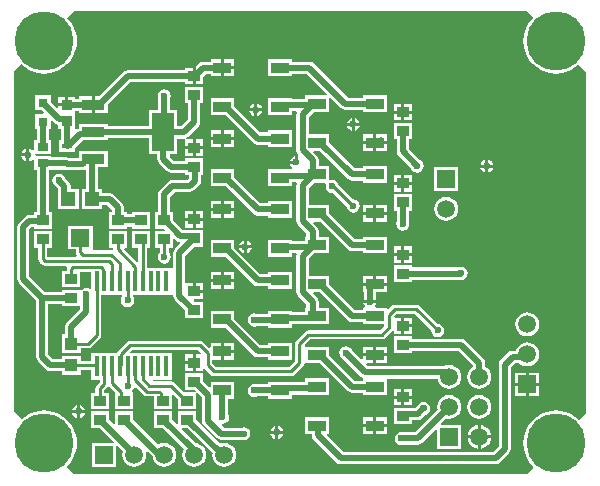
<source format=gtl>
G04*
G04 #@! TF.GenerationSoftware,Altium Limited,Altium Designer,19.0.15 (446)*
G04*
G04 Layer_Physical_Order=1*
G04 Layer_Color=255*
%FSLAX25Y25*%
%MOIN*%
G70*
G01*
G75*
%ADD12C,0.01000*%
%ADD31R,0.03937X0.03543*%
%ADD32R,0.07480X0.12598*%
%ADD33R,0.07480X0.03543*%
%ADD34R,0.03347X0.01772*%
%ADD35R,0.04724X0.04724*%
%ADD36R,0.06299X0.05906*%
%ADD37R,0.03150X0.03150*%
%ADD38R,0.03543X0.02756*%
%ADD39R,0.01772X0.06890*%
%ADD40R,0.04331X0.04331*%
%ADD41R,0.05906X0.03543*%
%ADD42R,0.03740X0.03347*%
%ADD43C,0.02000*%
%ADD44C,0.05906*%
%ADD45R,0.05906X0.05906*%
%ADD46R,0.05906X0.05906*%
%ADD47C,0.19685*%
%ADD48C,0.02362*%
G36*
X287806Y425000D02*
X289820Y422922D01*
X289809Y422690D01*
X288701Y421393D01*
X287809Y419938D01*
X287156Y418361D01*
X286758Y416701D01*
X286624Y415000D01*
X286758Y413299D01*
X287156Y411639D01*
X287809Y410062D01*
X288701Y408607D01*
X289809Y407309D01*
X291107Y406201D01*
X292562Y405309D01*
X294139Y404656D01*
X295799Y404258D01*
X297500Y404124D01*
X299201Y404258D01*
X300861Y404656D01*
X302438Y405309D01*
X303893Y406201D01*
X305062Y407199D01*
X307500Y404684D01*
X307500Y291000D01*
X305279Y288688D01*
X305190Y288690D01*
X303893Y289799D01*
X302438Y290691D01*
X300861Y291344D01*
X299201Y291742D01*
X297500Y291876D01*
X295799Y291742D01*
X294139Y291344D01*
X292562Y290691D01*
X291107Y289799D01*
X289809Y288690D01*
X288701Y287393D01*
X287809Y285938D01*
X287156Y284361D01*
X286758Y282701D01*
X286624Y281000D01*
X286758Y279299D01*
X287156Y277639D01*
X287809Y276062D01*
X288701Y274607D01*
X289809Y273309D01*
X289914Y273220D01*
X289939Y272720D01*
X287806Y270500D01*
X137007D01*
X134672Y272951D01*
X134690Y273309D01*
X135799Y274607D01*
X136691Y276062D01*
X137344Y277639D01*
X137742Y279299D01*
X137876Y281000D01*
X137742Y282701D01*
X137344Y284361D01*
X136691Y285938D01*
X135799Y287393D01*
X134690Y288690D01*
X133393Y289799D01*
X131938Y290691D01*
X130361Y291344D01*
X128701Y291742D01*
X127000Y291876D01*
X125299Y291742D01*
X123639Y291344D01*
X122062Y290691D01*
X120607Y289799D01*
X119512Y288863D01*
X117000Y291500D01*
Y405007D01*
X119304Y407310D01*
X119309Y407309D01*
X120607Y406201D01*
X122062Y405309D01*
X123639Y404656D01*
X125299Y404258D01*
X127000Y404124D01*
X128701Y404258D01*
X130361Y404656D01*
X131938Y405309D01*
X133393Y406201D01*
X134690Y407309D01*
X135799Y408607D01*
X136691Y410062D01*
X137344Y411639D01*
X137742Y413299D01*
X137876Y415000D01*
X137742Y416701D01*
X137344Y418361D01*
X136691Y419938D01*
X135799Y421393D01*
X134693Y422688D01*
X137007Y425000D01*
X287806Y425000D01*
D02*
G37*
%LPC*%
G36*
X190307Y408862D02*
X186854D01*
Y406591D01*
X190307D01*
Y408862D01*
D02*
G37*
G36*
X176500Y406016D02*
X174031D01*
Y405283D01*
X154839D01*
X154839Y405283D01*
X154058Y405128D01*
X153397Y404686D01*
X145187Y396476D01*
X143831D01*
Y393705D01*
Y390933D01*
X148071D01*
Y393593D01*
X155683Y401205D01*
X174031D01*
Y400472D01*
X176500D01*
Y403244D01*
Y406016D01*
D02*
G37*
G36*
X190307Y405590D02*
X186854D01*
Y403319D01*
X190307D01*
Y405590D01*
D02*
G37*
G36*
X185854Y408862D02*
X182402D01*
Y408130D01*
X180043D01*
X179263Y407974D01*
X178601Y407532D01*
X177500Y406431D01*
Y403244D01*
Y400472D01*
X179969D01*
Y403132D01*
X180888Y404051D01*
X182402D01*
Y403319D01*
X185854D01*
Y406090D01*
Y408862D01*
D02*
G37*
G36*
X209598D02*
X201693D01*
Y403319D01*
X209598D01*
Y404051D01*
X214551D01*
X221278Y397324D01*
X221087Y396862D01*
X213902D01*
Y395634D01*
X209598D01*
Y395870D01*
X201693D01*
Y390327D01*
X209598D01*
Y391555D01*
X210833D01*
X211169Y391055D01*
X211062Y390519D01*
Y378581D01*
X211218Y377801D01*
X211660Y377139D01*
X211706Y377093D01*
X211500Y376709D01*
Y374500D01*
X211000D01*
Y374000D01*
X208876D01*
X208945Y373649D01*
X209427Y372927D01*
X209587Y372821D01*
X209598Y372721D01*
X209167Y372235D01*
X201693D01*
Y366692D01*
X209598D01*
Y367944D01*
X210817D01*
X211164Y367444D01*
X211062Y366931D01*
Y354994D01*
X211218Y354213D01*
X211660Y353552D01*
X214369Y350842D01*
Y349687D01*
X213902D01*
Y348411D01*
X209598D01*
Y348600D01*
X201693D01*
Y343057D01*
X209598D01*
Y344333D01*
X210802D01*
X211160Y343833D01*
X211062Y343344D01*
Y331406D01*
X211218Y330626D01*
X211660Y329964D01*
X214369Y327255D01*
Y326099D01*
X213902D01*
Y324800D01*
X209598D01*
Y324966D01*
X201693D01*
Y324109D01*
X197580D01*
X197000Y324224D01*
X196149Y324055D01*
X195428Y323572D01*
X194946Y322851D01*
X194776Y322000D01*
X194946Y321149D01*
X195428Y320427D01*
X196149Y319945D01*
X197000Y319776D01*
X197851Y319945D01*
X197978Y320030D01*
X201693D01*
Y319422D01*
X209598D01*
Y320722D01*
X213902D01*
Y320556D01*
X221807D01*
Y326099D01*
X218447D01*
Y328099D01*
X218447Y328099D01*
X218292Y328880D01*
X217850Y329541D01*
X216702Y330690D01*
X216893Y331152D01*
X218923D01*
X228189Y321886D01*
X228851Y321444D01*
X229631Y321289D01*
X233193D01*
Y320556D01*
X240284D01*
X240393Y320056D01*
X238866Y318529D01*
X215047D01*
X214462Y318413D01*
X213966Y318081D01*
X210919Y315034D01*
X210587Y314538D01*
X210471Y313953D01*
Y308282D01*
X208524Y306335D01*
X184178D01*
X183029Y307485D01*
Y308780D01*
X185854D01*
Y311551D01*
Y314323D01*
X182402D01*
Y312867D01*
X181940Y312676D01*
X180034Y314581D01*
X179538Y314913D01*
X178953Y315029D01*
X155567D01*
X154982Y314913D01*
X154486Y314581D01*
X151469Y311565D01*
X151137Y311069D01*
X151113Y310945D01*
X142614D01*
Y308415D01*
X139165D01*
Y310122D01*
X132835D01*
Y308996D01*
X129845D01*
X128338Y310502D01*
Y327311D01*
X133031D01*
Y326579D01*
X138961D01*
Y325561D01*
X134558Y321159D01*
X134116Y320497D01*
X133961Y319717D01*
Y317209D01*
X132835D01*
Y310878D01*
X139165D01*
Y312514D01*
X141500D01*
X142085Y312630D01*
X142581Y312962D01*
X145581Y315962D01*
X145913Y316458D01*
X146029Y317043D01*
Y330402D01*
X152825D01*
X153050Y329902D01*
X152682Y329351D01*
X152512Y328500D01*
X152682Y327649D01*
X153164Y326927D01*
X153885Y326445D01*
X154736Y326276D01*
X155587Y326445D01*
X156309Y326927D01*
X156791Y327649D01*
X156960Y328500D01*
X156791Y329351D01*
X156423Y329902D01*
X156648Y330402D01*
X169417D01*
Y339291D01*
X161384D01*
Y346079D01*
X162193D01*
Y351622D01*
X156256D01*
Y346079D01*
X158325D01*
Y341545D01*
X157825Y341338D01*
X153546Y345617D01*
X153737Y346079D01*
X154469D01*
Y351622D01*
X148531D01*
Y346079D01*
X149845D01*
X149926Y345579D01*
X149713Y345344D01*
X149515Y345225D01*
X149252Y345277D01*
X143562D01*
X143150Y345488D01*
Y353394D01*
X134850D01*
Y345488D01*
X137471D01*
Y344500D01*
X137587Y343915D01*
X137784Y343621D01*
X137533Y343121D01*
X128029D01*
Y346079D01*
X129469D01*
Y351622D01*
X123531D01*
Y346079D01*
X124971D01*
Y342177D01*
X125087Y341592D01*
X125419Y341096D01*
X126004Y340510D01*
X126500Y340178D01*
X127086Y340062D01*
X134330D01*
X134588Y339650D01*
X134582Y339562D01*
X134471Y339000D01*
Y338421D01*
X133031D01*
Y332878D01*
X138969D01*
Y338062D01*
X142614D01*
Y332634D01*
X142114Y332367D01*
X141851Y332543D01*
X141000Y332712D01*
X140149Y332543D01*
X139469Y332088D01*
X138969Y332122D01*
Y332122D01*
X133031D01*
Y331390D01*
X127144D01*
X122039Y336494D01*
Y352155D01*
X122845Y352961D01*
X123531D01*
Y352378D01*
X129469D01*
Y357921D01*
X128539D01*
Y371866D01*
X129272D01*
Y372107D01*
X134005D01*
X134500Y372008D01*
X134500Y372008D01*
X139815D01*
X140398Y372124D01*
X140898Y371810D01*
Y365598D01*
X139575D01*
Y358874D01*
X146299D01*
Y360197D01*
X147919D01*
X149461Y358655D01*
Y357921D01*
X148531D01*
Y352378D01*
X154469D01*
Y353110D01*
X156256D01*
Y352378D01*
X162193D01*
Y357921D01*
X156256D01*
Y357189D01*
X154469D01*
Y357921D01*
X153539D01*
Y359500D01*
X153384Y360280D01*
X152942Y360942D01*
X150206Y363678D01*
X149544Y364120D01*
X148764Y364275D01*
X146299D01*
Y365598D01*
X144976D01*
Y372823D01*
X148071D01*
Y378366D01*
X138591D01*
Y376086D01*
X134896D01*
X134402Y376185D01*
X129272D01*
Y376622D01*
X124458D01*
X124011Y377061D01*
Y377250D01*
X124158Y377378D01*
X129272D01*
Y382134D01*
X128539D01*
Y385524D01*
X129075D01*
Y388286D01*
X129537Y388477D01*
X130345Y387668D01*
X130345Y387668D01*
X131007Y387226D01*
X131630Y387102D01*
Y385764D01*
X132461D01*
Y381839D01*
X131827D01*
Y378067D01*
X133729D01*
X134500Y377914D01*
X135059D01*
X135830Y378067D01*
X137173D01*
Y379183D01*
X139829Y381839D01*
X142559D01*
X142756Y381878D01*
X148071D01*
Y382610D01*
X161819D01*
Y377350D01*
X164658D01*
Y375594D01*
X164813Y374814D01*
X165255Y374153D01*
X167780Y371628D01*
X168441Y371186D01*
X169221Y371031D01*
X174031D01*
Y370298D01*
X175158D01*
Y369233D01*
X174655Y368731D01*
X169692D01*
X168912Y368576D01*
X168250Y368134D01*
X165460Y365343D01*
X165018Y364682D01*
X164862Y363902D01*
Y357921D01*
X163933D01*
Y352378D01*
X166921D01*
X167145Y352099D01*
X166934Y351622D01*
X163933D01*
Y346079D01*
X165471D01*
Y344601D01*
X165427Y344572D01*
X164945Y343851D01*
X164776Y343000D01*
X164945Y342149D01*
X165427Y341427D01*
X166149Y340945D01*
X167000Y340776D01*
X167851Y340945D01*
X168572Y341427D01*
X169054Y342149D01*
X169224Y343000D01*
X169054Y343851D01*
X168572Y344572D01*
X168529Y344601D01*
Y346079D01*
X169870D01*
Y348841D01*
X170332Y349032D01*
X170840Y348525D01*
X171501Y348083D01*
X172165Y347951D01*
X172401Y347480D01*
X170558Y345637D01*
X170116Y344975D01*
X169961Y344195D01*
Y330123D01*
X170116Y329343D01*
X170558Y328681D01*
X174031Y325208D01*
Y322548D01*
X179969D01*
Y328092D01*
X176981D01*
X176757Y328370D01*
X176967Y328847D01*
X179969D01*
Y331119D01*
X177000D01*
Y331619D01*
X176500D01*
Y334391D01*
X174039D01*
Y343350D01*
X177112Y346423D01*
X179969D01*
Y351967D01*
X176425D01*
X176228Y352006D01*
X173126D01*
X169870Y355262D01*
Y357921D01*
X168941D01*
Y363057D01*
X170537Y364653D01*
X175500D01*
X176280Y364808D01*
X176942Y365250D01*
X178639Y366947D01*
X179081Y367608D01*
X179236Y368389D01*
Y370298D01*
X179969D01*
Y375841D01*
X174031D01*
Y375109D01*
X170066D01*
X168736Y376439D01*
Y377350D01*
X171299D01*
Y382461D01*
X173377D01*
X173846Y382294D01*
X173846D01*
X174031Y382057D01*
X174031Y381863D01*
Y379869D01*
X176500D01*
Y382141D01*
X174619D01*
X174313Y382605D01*
X174317Y382641D01*
X174942Y383058D01*
X178442Y386558D01*
X178884Y387220D01*
X179039Y388000D01*
Y394173D01*
X179969D01*
Y399716D01*
X174031D01*
Y394173D01*
X174961D01*
Y388845D01*
X172655Y386539D01*
X171299D01*
Y391949D01*
X169039D01*
Y395813D01*
X169054Y395836D01*
X169224Y396687D01*
X169054Y397538D01*
X168572Y398260D01*
X167851Y398742D01*
X167000Y398911D01*
X166149Y398742D01*
X165427Y398260D01*
X164945Y397538D01*
X164776Y396687D01*
X164945Y395836D01*
X164961Y395813D01*
Y391949D01*
X161819D01*
Y386689D01*
X148071D01*
Y387421D01*
X138591D01*
Y385839D01*
X138204Y385762D01*
X137895Y385556D01*
X137580Y385607D01*
X137391Y385787D01*
X137370Y386110D01*
X137370Y386238D01*
Y391689D01*
X138591D01*
Y390933D01*
X142831D01*
Y393705D01*
Y396476D01*
X138591D01*
Y395767D01*
X137370D01*
Y396425D01*
X135000D01*
Y393752D01*
X134500D01*
Y393252D01*
X131630D01*
Y392805D01*
X131168Y392614D01*
X129075Y394707D01*
Y396972D01*
X123925D01*
Y391823D01*
X126191D01*
X126879Y391135D01*
X126687Y390673D01*
X123925D01*
Y385524D01*
X124461D01*
Y382134D01*
X123728D01*
Y378491D01*
X123228Y378339D01*
X123073Y378573D01*
X122351Y379055D01*
X122000Y379124D01*
Y377000D01*
Y374876D01*
X122351Y374945D01*
X123073Y375428D01*
X123228Y375661D01*
X123728Y375509D01*
Y371866D01*
X124461D01*
Y357921D01*
X123531D01*
Y357039D01*
X122000D01*
X121220Y356884D01*
X120558Y356442D01*
X118558Y354442D01*
X118116Y353780D01*
X117961Y353000D01*
Y335650D01*
X118116Y334869D01*
X118558Y334208D01*
X124260Y328506D01*
Y309658D01*
X124415Y308877D01*
X124857Y308216D01*
X127558Y305515D01*
X128220Y305073D01*
X129000Y304918D01*
X132835D01*
Y303791D01*
X139165D01*
Y305356D01*
X142614D01*
Y302055D01*
X145530D01*
Y301342D01*
X144419Y300231D01*
X144087Y299735D01*
X143971Y299150D01*
Y297772D01*
X142532D01*
Y292228D01*
X148468D01*
Y297772D01*
X147029D01*
Y298516D01*
X148087Y299574D01*
X148190Y299626D01*
X148729Y299608D01*
X150531Y297806D01*
Y292280D01*
X156468D01*
Y297823D01*
X156304D01*
X156152Y298323D01*
X156309Y298428D01*
X156791Y299149D01*
X156851Y299451D01*
X157393Y299615D01*
X160090Y296919D01*
X160586Y296587D01*
X161172Y296471D01*
X163531D01*
Y292280D01*
X169468D01*
Y297070D01*
X169930Y297261D01*
X171531Y295660D01*
Y292280D01*
X177469D01*
Y297410D01*
X177469Y297582D01*
X177969Y297789D01*
X179562Y296196D01*
Y288463D01*
X179718Y287683D01*
X180160Y287021D01*
X184550Y282631D01*
X185212Y282189D01*
X185992Y282033D01*
X192626D01*
X192649Y282018D01*
X193500Y281849D01*
X194351Y282018D01*
X195072Y282500D01*
X195554Y283222D01*
X195724Y284072D01*
X195554Y284924D01*
X195072Y285645D01*
X194351Y286127D01*
X193500Y286296D01*
X192649Y286127D01*
X192626Y286112D01*
X186837D01*
X186080Y286868D01*
X186327Y287329D01*
X186354Y287323D01*
X187205Y287493D01*
X187927Y287975D01*
X188409Y288696D01*
X188578Y289547D01*
X188409Y290398D01*
X188393Y290421D01*
Y295787D01*
X190307D01*
Y301331D01*
X182402D01*
Y299777D01*
X181940Y299586D01*
X179969Y301557D01*
Y304217D01*
X174031D01*
Y298673D01*
X177085D01*
X177435Y298323D01*
X177228Y297823D01*
X177068Y297823D01*
X173694D01*
X170436Y301081D01*
X169940Y301413D01*
X169354Y301529D01*
X163084D01*
X163067Y301555D01*
X163335Y302055D01*
X169417D01*
Y310945D01*
X155828D01*
X155637Y311407D01*
X156201Y311971D01*
X178319D01*
X179312Y310978D01*
X179121Y310516D01*
X177500D01*
Y307744D01*
Y304972D01*
X179969D01*
Y305543D01*
X180261Y305690D01*
X180468Y305720D01*
X182464Y303725D01*
X182960Y303393D01*
X183545Y303277D01*
X209157D01*
X209742Y303393D01*
X210239Y303725D01*
X213081Y306568D01*
X213413Y307064D01*
X213476Y307383D01*
X213902Y307564D01*
X213994Y307564D01*
X218923D01*
X228189Y298298D01*
X228851Y297856D01*
X229631Y297701D01*
X233193D01*
Y296969D01*
X241098D01*
Y302461D01*
X258084D01*
X258149Y301968D01*
X258547Y301007D01*
X259181Y300181D01*
X260007Y299547D01*
X260968Y299149D01*
X262000Y299013D01*
X263032Y299149D01*
X263993Y299547D01*
X264819Y300181D01*
X265453Y301007D01*
X265851Y301968D01*
X265987Y303000D01*
X265851Y304032D01*
X265453Y304993D01*
X264819Y305819D01*
X263993Y306453D01*
X263032Y306851D01*
X262000Y306987D01*
X260968Y306851D01*
X260215Y306539D01*
X234845D01*
X234282Y307102D01*
X234473Y307564D01*
X236646D01*
Y309836D01*
X233193D01*
Y308844D01*
X232731Y308653D01*
X229560Y311824D01*
X229555Y311851D01*
X229072Y312573D01*
X228351Y313055D01*
X227500Y313224D01*
X226649Y313055D01*
X225927Y312573D01*
X225445Y311851D01*
X225276Y311000D01*
X225445Y310149D01*
X225927Y309427D01*
X226649Y308945D01*
X226676Y308940D01*
X232558Y303058D01*
X232844Y302867D01*
X233193Y302512D01*
Y301779D01*
X230476D01*
X221807Y310448D01*
Y313107D01*
X214024D01*
X213758Y313548D01*
X215681Y315471D01*
X239500D01*
X240085Y315587D01*
X240581Y315919D01*
X243032Y318369D01*
X243239Y318339D01*
X243531Y318192D01*
Y317226D01*
X246000D01*
Y319998D01*
Y322770D01*
X243778Y322770D01*
X243633Y323270D01*
X244419Y324056D01*
X250430D01*
X255935Y318551D01*
X255925Y318500D01*
X256094Y317649D01*
X256576Y316928D01*
X257298Y316445D01*
X258149Y316276D01*
X259000Y316445D01*
X259721Y316928D01*
X260204Y317649D01*
X260373Y318500D01*
X260204Y319351D01*
X259721Y320073D01*
X259000Y320555D01*
X258149Y320724D01*
X258098Y320714D01*
X252145Y326667D01*
X251648Y326999D01*
X251063Y327115D01*
X243786D01*
X243200Y326999D01*
X242704Y326667D01*
X241560Y325523D01*
X241098Y325715D01*
Y326099D01*
X237413D01*
X237187Y326599D01*
X237555Y327149D01*
X237624Y327500D01*
X233376D01*
X233445Y327149D01*
X233813Y326599D01*
X233587Y326099D01*
X233193D01*
Y325367D01*
X230476D01*
X221807Y334035D01*
Y336695D01*
X215141D01*
Y342499D01*
X216785Y344144D01*
X221807D01*
Y349687D01*
X218447D01*
Y351687D01*
X218447Y351687D01*
X218292Y352467D01*
X217850Y353129D01*
X216702Y354277D01*
X216893Y354739D01*
X218923D01*
X228189Y345473D01*
X228851Y345031D01*
X229631Y344876D01*
X233193D01*
Y344144D01*
X241098D01*
Y349687D01*
X233193D01*
Y348955D01*
X230476D01*
X221807Y357623D01*
Y360282D01*
X215141D01*
Y366087D01*
X216785Y367731D01*
X220644D01*
X220922Y367231D01*
X220776Y366500D01*
X220945Y365649D01*
X221427Y364928D01*
X222149Y364445D01*
X223000Y364276D01*
X223259Y364328D01*
X227823Y359764D01*
X227945Y359149D01*
X228428Y358428D01*
X229149Y357945D01*
X230000Y357776D01*
X230851Y357945D01*
X231573Y358428D01*
X232055Y359149D01*
X232224Y360000D01*
X232055Y360851D01*
X231573Y361573D01*
X230851Y362055D01*
X230000Y362224D01*
X229741Y362172D01*
X225177Y366736D01*
X225055Y367351D01*
X224572Y368073D01*
X223851Y368555D01*
X223000Y368724D01*
X222307Y368586D01*
X221807Y368882D01*
Y373275D01*
X218447D01*
Y375274D01*
X218447Y375275D01*
X218292Y376055D01*
X217850Y376716D01*
X216702Y377865D01*
X216893Y378327D01*
X218923D01*
X228189Y369061D01*
X228851Y368619D01*
X229631Y368464D01*
X233193D01*
Y367731D01*
X241098D01*
Y373275D01*
X233193D01*
Y372542D01*
X230476D01*
X221807Y381211D01*
Y383870D01*
X215141D01*
Y389674D01*
X216785Y391319D01*
X221807D01*
Y396142D01*
X222269Y396333D01*
X225954Y392649D01*
X226615Y392207D01*
X227396Y392051D01*
X227396Y392051D01*
X233193D01*
Y391319D01*
X241098D01*
Y396862D01*
X233193D01*
Y396130D01*
X228240D01*
X216838Y407532D01*
X216176Y407974D01*
X215396Y408130D01*
X209598D01*
Y408862D01*
D02*
G37*
G36*
X134000Y396425D02*
X131630D01*
Y394252D01*
X134000D01*
Y396425D01*
D02*
G37*
G36*
X198000Y394176D02*
Y392551D01*
X199624D01*
X199555Y392902D01*
X199073Y393624D01*
X198351Y394106D01*
X198000Y394176D01*
D02*
G37*
G36*
X197000D02*
X196649Y394106D01*
X195928Y393624D01*
X195446Y392902D01*
X195376Y392551D01*
X197000D01*
Y394176D01*
D02*
G37*
G36*
X249468Y394020D02*
X247000D01*
Y391748D01*
X249468D01*
Y394020D01*
D02*
G37*
G36*
X246000D02*
X243531D01*
Y391748D01*
X246000D01*
Y394020D01*
D02*
G37*
G36*
X199624Y391551D02*
X198000D01*
Y389927D01*
X198351Y389997D01*
X199073Y390479D01*
X199555Y391200D01*
X199624Y391551D01*
D02*
G37*
G36*
X197000D02*
X195376D01*
X195446Y391200D01*
X195928Y390479D01*
X196649Y389997D01*
X197000Y389927D01*
Y391551D01*
D02*
G37*
G36*
X249468Y390748D02*
X247000D01*
Y388476D01*
X249468D01*
Y390748D01*
D02*
G37*
G36*
X246000D02*
X243531D01*
Y388476D01*
X246000D01*
Y390748D01*
D02*
G37*
G36*
X230500Y389351D02*
Y387726D01*
X232124D01*
X232055Y388077D01*
X231573Y388799D01*
X230851Y389281D01*
X230500Y389351D01*
D02*
G37*
G36*
X229500D02*
X229149Y389281D01*
X228428Y388799D01*
X227945Y388077D01*
X227876Y387726D01*
X229500D01*
Y389351D01*
D02*
G37*
G36*
X232124Y386726D02*
X230500D01*
Y385102D01*
X230851Y385172D01*
X231573Y385654D01*
X232055Y386375D01*
X232124Y386726D01*
D02*
G37*
G36*
X229500D02*
X227876D01*
X227945Y386375D01*
X228428Y385654D01*
X229149Y385172D01*
X229500Y385102D01*
Y386726D01*
D02*
G37*
G36*
X190307Y385227D02*
X186854D01*
Y382956D01*
X190307D01*
Y385227D01*
D02*
G37*
G36*
X185854D02*
X182402D01*
Y382956D01*
X185854D01*
Y385227D01*
D02*
G37*
G36*
X239098Y383909D02*
X238901Y383870D01*
X237646D01*
Y381598D01*
X241098D01*
Y381673D01*
X241138Y381870D01*
X241098Y382067D01*
Y383870D01*
X239296D01*
X239098Y383909D01*
D02*
G37*
G36*
X236646Y383870D02*
X233193D01*
Y381598D01*
X236646D01*
Y383870D01*
D02*
G37*
G36*
X179969Y382141D02*
X177500D01*
Y379869D01*
X179969D01*
Y382141D01*
D02*
G37*
G36*
X190307Y395870D02*
X182402D01*
Y390327D01*
X187423D01*
X196736Y381014D01*
X197398Y380572D01*
X198178Y380416D01*
X201693D01*
Y379684D01*
X209598D01*
Y385227D01*
X201693D01*
Y384495D01*
X199023D01*
X190307Y393211D01*
Y395870D01*
D02*
G37*
G36*
Y381956D02*
X186854D01*
Y379684D01*
X190307D01*
Y381956D01*
D02*
G37*
G36*
X185854D02*
X182402D01*
Y379684D01*
X185854D01*
Y381956D01*
D02*
G37*
G36*
X241098Y380598D02*
X237646D01*
Y378327D01*
X241098D01*
Y380598D01*
D02*
G37*
G36*
X236646D02*
X233193D01*
Y378327D01*
X236646D01*
Y380598D01*
D02*
G37*
G36*
X121000Y379124D02*
X120649Y379055D01*
X119928Y378573D01*
X119446Y377851D01*
X119376Y377500D01*
X121000D01*
Y379124D01*
D02*
G37*
G36*
X179969Y378869D02*
X177500D01*
Y376597D01*
X179969D01*
Y378869D01*
D02*
G37*
G36*
X176500D02*
X174031D01*
Y376597D01*
X176500D01*
Y378869D01*
D02*
G37*
G36*
X210500Y376624D02*
X210149Y376555D01*
X209427Y376073D01*
X208945Y375351D01*
X208876Y375000D01*
X210500D01*
Y376624D01*
D02*
G37*
G36*
X121000Y376500D02*
X119376D01*
X119446Y376149D01*
X119928Y375428D01*
X120649Y374945D01*
X121000Y374876D01*
Y376500D01*
D02*
G37*
G36*
X275000Y375399D02*
Y373775D01*
X276624D01*
X276555Y374126D01*
X276073Y374847D01*
X275351Y375329D01*
X275000Y375399D01*
D02*
G37*
G36*
X274000D02*
X273649Y375329D01*
X272927Y374847D01*
X272445Y374126D01*
X272376Y373775D01*
X274000D01*
Y375399D01*
D02*
G37*
G36*
X276624Y372775D02*
X275000D01*
Y371150D01*
X275351Y371220D01*
X276073Y371702D01*
X276555Y372424D01*
X276624Y372775D01*
D02*
G37*
G36*
X274000D02*
X272376D01*
X272445Y372424D01*
X272927Y371702D01*
X273649Y371220D01*
X274000Y371150D01*
Y372775D01*
D02*
G37*
G36*
X249468Y387720D02*
X243531D01*
Y382177D01*
X244461D01*
Y378135D01*
X244616Y377355D01*
X245058Y376693D01*
X249231Y372520D01*
X249237Y372493D01*
X249719Y371771D01*
X250440Y371289D01*
X251291Y371120D01*
X252142Y371289D01*
X252864Y371771D01*
X253346Y372493D01*
X253515Y373344D01*
X253346Y374195D01*
X252864Y374916D01*
X252142Y375398D01*
X252115Y375404D01*
X248539Y378980D01*
Y382177D01*
X249468D01*
Y387720D01*
D02*
G37*
G36*
Y370270D02*
X247000D01*
Y367998D01*
X249468D01*
Y370270D01*
D02*
G37*
G36*
X246000D02*
X243531D01*
Y367998D01*
X246000D01*
Y370270D01*
D02*
G37*
G36*
X264906Y372953D02*
X257000D01*
Y365047D01*
X264906D01*
Y372953D01*
D02*
G37*
G36*
X249468Y366998D02*
X247000D01*
Y364726D01*
X249468D01*
Y366998D01*
D02*
G37*
G36*
X246000D02*
X243531D01*
Y364726D01*
X246000D01*
Y366998D01*
D02*
G37*
G36*
X190307Y361593D02*
X186854D01*
Y359321D01*
X190307D01*
Y361593D01*
D02*
G37*
G36*
X185854D02*
X182402D01*
Y359321D01*
X185854D01*
Y361593D01*
D02*
G37*
G36*
X131938Y370724D02*
X131087Y370555D01*
X130365Y370073D01*
X129883Y369351D01*
X129714Y368500D01*
X129883Y367649D01*
X130365Y366928D01*
X130857Y366599D01*
X131662Y365794D01*
Y363598D01*
X131701Y363401D01*
Y358874D01*
X138425D01*
Y365598D01*
X135740D01*
Y366639D01*
X135585Y367419D01*
X135143Y368081D01*
X135143Y368081D01*
X134022Y369201D01*
X133992Y369351D01*
X133510Y370073D01*
X132789Y370555D01*
X131938Y370724D01*
D02*
G37*
G36*
X239098Y360322D02*
X238901Y360282D01*
X237646D01*
Y358011D01*
X241098D01*
Y358085D01*
X241138Y358282D01*
X241098Y358479D01*
Y360282D01*
X239296D01*
X239098Y360322D01*
D02*
G37*
G36*
X236646Y360282D02*
X233193D01*
Y358011D01*
X236646D01*
Y360282D01*
D02*
G37*
G36*
X190307Y372235D02*
X182402D01*
Y366692D01*
X187423D01*
X196736Y357379D01*
X197398Y356937D01*
X198178Y356782D01*
X201693D01*
Y356049D01*
X209598D01*
Y361593D01*
X201693D01*
Y360860D01*
X199023D01*
X190307Y369576D01*
Y372235D01*
D02*
G37*
G36*
Y358321D02*
X186854D01*
Y356049D01*
X190307D01*
Y358321D01*
D02*
G37*
G36*
X185854D02*
X182402D01*
Y356049D01*
X185854D01*
Y358321D01*
D02*
G37*
G36*
X179969Y358266D02*
X177500D01*
Y355994D01*
X179969D01*
Y358266D01*
D02*
G37*
G36*
X176500D02*
X174031D01*
Y355994D01*
X176500D01*
Y358266D01*
D02*
G37*
G36*
X260953Y362987D02*
X259921Y362851D01*
X258959Y362453D01*
X258134Y361819D01*
X257500Y360993D01*
X257102Y360032D01*
X256966Y359000D01*
X257102Y357968D01*
X257500Y357007D01*
X258134Y356181D01*
X258959Y355547D01*
X259921Y355149D01*
X260953Y355013D01*
X261985Y355149D01*
X262946Y355547D01*
X263772Y356181D01*
X264405Y357007D01*
X264804Y357968D01*
X264940Y359000D01*
X264804Y360032D01*
X264405Y360993D01*
X263772Y361819D01*
X262946Y362453D01*
X261985Y362851D01*
X260953Y362987D01*
D02*
G37*
G36*
X241098Y357011D02*
X237646D01*
Y354739D01*
X241098D01*
Y357011D01*
D02*
G37*
G36*
X236646D02*
X233193D01*
Y354739D01*
X236646D01*
Y357011D01*
D02*
G37*
G36*
X179969Y354994D02*
X177500D01*
Y352722D01*
X179969D01*
Y354994D01*
D02*
G37*
G36*
X176500D02*
X174031D01*
Y352722D01*
X176500D01*
Y354994D01*
D02*
G37*
G36*
X249468Y363970D02*
X243531D01*
Y358427D01*
X244461D01*
Y354874D01*
X244445Y354851D01*
X244276Y354000D01*
X244445Y353149D01*
X244928Y352428D01*
X245649Y351945D01*
X246500Y351776D01*
X247351Y351945D01*
X248073Y352428D01*
X248555Y353149D01*
X248724Y354000D01*
X248555Y354851D01*
X248539Y354874D01*
Y358427D01*
X249468D01*
Y363970D01*
D02*
G37*
G36*
X194500Y348496D02*
Y346872D01*
X196124D01*
X196054Y347223D01*
X195572Y347944D01*
X194851Y348427D01*
X194500Y348496D01*
D02*
G37*
G36*
X193500D02*
X193149Y348427D01*
X192428Y347944D01*
X191946Y347223D01*
X191876Y346872D01*
X193500D01*
Y348496D01*
D02*
G37*
G36*
X249468Y346520D02*
X247000D01*
Y344248D01*
X249468D01*
Y346520D01*
D02*
G37*
G36*
X246000D02*
X243531D01*
Y344248D01*
X246000D01*
Y346520D01*
D02*
G37*
G36*
X196124Y345872D02*
X194500D01*
Y344248D01*
X194851Y344318D01*
X195572Y344799D01*
X196054Y345521D01*
X196124Y345872D01*
D02*
G37*
G36*
X193500D02*
X191876D01*
X191946Y345521D01*
X192428Y344799D01*
X193149Y344318D01*
X193500Y344248D01*
Y345872D01*
D02*
G37*
G36*
X249468Y343248D02*
X247000D01*
Y340976D01*
X249468D01*
Y343248D01*
D02*
G37*
G36*
X246000D02*
X243531D01*
Y340976D01*
X246000D01*
Y343248D01*
D02*
G37*
G36*
X190307Y337958D02*
X186854D01*
Y335686D01*
X190307D01*
Y337958D01*
D02*
G37*
G36*
X185854D02*
X182402D01*
Y335686D01*
X185854D01*
Y337958D01*
D02*
G37*
G36*
X249468Y340220D02*
X243531D01*
Y334677D01*
X249468D01*
Y335410D01*
X265180D01*
X265851Y335276D01*
X266702Y335445D01*
X267424Y335928D01*
X267906Y336649D01*
X268075Y337500D01*
X267906Y338351D01*
X267424Y339072D01*
X266702Y339555D01*
X265851Y339724D01*
X265000Y339555D01*
X264900Y339488D01*
X249468D01*
Y340220D01*
D02*
G37*
G36*
X241098Y336695D02*
X237646D01*
Y334423D01*
X241098D01*
Y336695D01*
D02*
G37*
G36*
X236646D02*
X233193D01*
Y334423D01*
X236646D01*
Y336695D01*
D02*
G37*
G36*
X190307Y348600D02*
X182402D01*
Y343057D01*
X187423D01*
X196736Y333744D01*
X197398Y333302D01*
X198178Y333147D01*
X201693D01*
Y332414D01*
X209598D01*
Y337958D01*
X201693D01*
Y337225D01*
X199023D01*
X190307Y345941D01*
Y348600D01*
D02*
G37*
G36*
Y334686D02*
X186854D01*
Y332414D01*
X190307D01*
Y334686D01*
D02*
G37*
G36*
X185854D02*
X182402D01*
Y332414D01*
X185854D01*
Y334686D01*
D02*
G37*
G36*
X179969Y334391D02*
X177500D01*
Y332119D01*
X179969D01*
Y334391D01*
D02*
G37*
G36*
X241098Y333423D02*
X237146D01*
X233193D01*
Y331152D01*
X233530D01*
Y328978D01*
X233445Y328851D01*
X233376Y328500D01*
X237624D01*
X237609Y328580D01*
Y331152D01*
X241098D01*
Y333423D01*
D02*
G37*
G36*
X247000Y322770D02*
Y320498D01*
X249468D01*
Y322770D01*
X247000D01*
D02*
G37*
G36*
X249468Y319498D02*
X247000D01*
Y317226D01*
X249468D01*
Y319498D01*
D02*
G37*
G36*
X288000Y324487D02*
X286968Y324351D01*
X286007Y323953D01*
X285181Y323319D01*
X284547Y322493D01*
X284149Y321532D01*
X284013Y320500D01*
X284149Y319468D01*
X284547Y318507D01*
X285181Y317681D01*
X286007Y317047D01*
X286968Y316649D01*
X288000Y316513D01*
X289032Y316649D01*
X289993Y317047D01*
X290819Y317681D01*
X291453Y318507D01*
X291851Y319468D01*
X291987Y320500D01*
X291851Y321532D01*
X291453Y322493D01*
X290819Y323319D01*
X289993Y323953D01*
X289032Y324351D01*
X288000Y324487D01*
D02*
G37*
G36*
X190307Y314323D02*
X186854D01*
Y312051D01*
X190307D01*
Y314323D01*
D02*
G37*
G36*
X239098Y313146D02*
X238901Y313107D01*
X237646D01*
Y310836D01*
X241098D01*
Y310910D01*
X241138Y311107D01*
X241098Y311304D01*
Y313107D01*
X239296D01*
X239098Y313146D01*
D02*
G37*
G36*
X236646Y313107D02*
X233193D01*
Y310836D01*
X236646D01*
Y313107D01*
D02*
G37*
G36*
X190307Y324966D02*
X182402D01*
Y319422D01*
X187423D01*
X196736Y310109D01*
X197398Y309667D01*
X198178Y309512D01*
X201693D01*
Y308780D01*
X209598D01*
Y314323D01*
X201693D01*
Y313590D01*
X199023D01*
X190307Y322306D01*
Y324966D01*
D02*
G37*
G36*
Y311051D02*
X186854D01*
Y308780D01*
X190307D01*
Y311051D01*
D02*
G37*
G36*
X176500Y310516D02*
X174031D01*
Y308244D01*
X176500D01*
Y310516D01*
D02*
G37*
G36*
X241098Y309836D02*
X237646D01*
Y307564D01*
X241098D01*
Y309836D01*
D02*
G37*
G36*
X288000Y314487D02*
X286968Y314351D01*
X286007Y313953D01*
X285181Y313319D01*
X284547Y312493D01*
X284257Y311792D01*
X283151D01*
X282370Y311637D01*
X281709Y311195D01*
X279058Y308544D01*
X278616Y307882D01*
X278461Y307102D01*
Y279845D01*
X276655Y278039D01*
X226621D01*
X221146Y283514D01*
X221337Y283976D01*
X221807D01*
Y289520D01*
X213902D01*
Y283976D01*
X216239D01*
Y283498D01*
X216395Y282717D01*
X216837Y282056D01*
X224334Y274558D01*
X224996Y274116D01*
X225776Y273961D01*
X225776Y273961D01*
X277500D01*
X278280Y274116D01*
X278942Y274558D01*
X281942Y277558D01*
X282384Y278220D01*
X282539Y279000D01*
Y306257D01*
X283995Y307714D01*
X285156D01*
X285181Y307681D01*
X286007Y307047D01*
X286968Y306649D01*
X288000Y306513D01*
X289032Y306649D01*
X289993Y307047D01*
X290819Y307681D01*
X291453Y308507D01*
X291851Y309468D01*
X291987Y310500D01*
X291851Y311532D01*
X291453Y312493D01*
X290819Y313319D01*
X289993Y313953D01*
X289032Y314351D01*
X288000Y314487D01*
D02*
G37*
G36*
X176500Y307244D02*
X174031D01*
Y304972D01*
X176500D01*
Y307244D01*
D02*
G37*
G36*
X221807Y302512D02*
X213902D01*
Y301189D01*
X209598D01*
Y301331D01*
X201693D01*
Y300598D01*
X197713D01*
X197000Y300740D01*
X196149Y300571D01*
X195428Y300089D01*
X194946Y299367D01*
X194776Y298516D01*
X194946Y297665D01*
X195428Y296944D01*
X196149Y296462D01*
X197000Y296292D01*
X197851Y296462D01*
X197938Y296520D01*
X201693D01*
Y295787D01*
X209598D01*
Y297110D01*
X213902D01*
Y296969D01*
X221807D01*
Y302512D01*
D02*
G37*
G36*
X291953Y304453D02*
X288500D01*
Y301000D01*
X291953D01*
Y304453D01*
D02*
G37*
G36*
X287500D02*
X284047D01*
Y301000D01*
X287500D01*
Y304453D01*
D02*
G37*
G36*
X249468Y316471D02*
X243531D01*
Y310927D01*
X249468D01*
Y311660D01*
X265008D01*
X269812Y306856D01*
X269782Y306280D01*
X269181Y305819D01*
X268547Y304993D01*
X268149Y304032D01*
X268013Y303000D01*
X268149Y301968D01*
X268547Y301007D01*
X269181Y300181D01*
X270007Y299547D01*
X270968Y299149D01*
X272000Y299013D01*
X273032Y299149D01*
X273993Y299547D01*
X274819Y300181D01*
X275453Y301007D01*
X275851Y301968D01*
X275987Y303000D01*
X275851Y304032D01*
X275453Y304993D01*
X274819Y305819D01*
X274039Y306418D01*
Y307551D01*
X273884Y308331D01*
X273442Y308993D01*
X267294Y315141D01*
X266633Y315583D01*
X265852Y315738D01*
X249468D01*
Y316471D01*
D02*
G37*
G36*
Y299020D02*
X247000D01*
Y296748D01*
X249468D01*
Y299020D01*
D02*
G37*
G36*
X246000D02*
X243531D01*
Y296748D01*
X246000D01*
Y299020D01*
D02*
G37*
G36*
X291953Y300000D02*
X288500D01*
Y296547D01*
X291953D01*
Y300000D01*
D02*
G37*
G36*
X287500D02*
X284047D01*
Y296547D01*
X287500D01*
Y300000D01*
D02*
G37*
G36*
X249468Y295748D02*
X247000D01*
Y293476D01*
X249468D01*
Y295748D01*
D02*
G37*
G36*
X246000D02*
X243531D01*
Y293476D01*
X246000D01*
Y295748D01*
D02*
G37*
G36*
X253416Y294724D02*
X252565Y294555D01*
X251843Y294073D01*
X251515Y293581D01*
X250624Y292690D01*
X249468D01*
Y292721D01*
X243531D01*
Y287177D01*
X249468D01*
Y288612D01*
X251468D01*
X252249Y288767D01*
X252910Y289209D01*
X254117Y290416D01*
X254267Y290445D01*
X254988Y290928D01*
X255470Y291649D01*
X255640Y292500D01*
X255470Y293351D01*
X254988Y294073D01*
X254267Y294555D01*
X253416Y294724D01*
D02*
G37*
G36*
X138925Y293624D02*
Y292000D01*
X140550D01*
X140480Y292351D01*
X139998Y293073D01*
X139276Y293555D01*
X138925Y293624D01*
D02*
G37*
G36*
X137925D02*
X137574Y293555D01*
X136853Y293073D01*
X136371Y292351D01*
X136301Y292000D01*
X137925D01*
Y293624D01*
D02*
G37*
G36*
X140550Y291000D02*
X138925D01*
Y289376D01*
X139276Y289445D01*
X139998Y289928D01*
X140480Y290649D01*
X140550Y291000D01*
D02*
G37*
G36*
X137925D02*
X136301D01*
X136371Y290649D01*
X136853Y289928D01*
X137574Y289445D01*
X137925Y289376D01*
Y291000D01*
D02*
G37*
G36*
X272000Y296987D02*
X270968Y296851D01*
X270007Y296453D01*
X269181Y295819D01*
X268547Y294993D01*
X268149Y294032D01*
X268013Y293000D01*
X268149Y291968D01*
X268547Y291007D01*
X269181Y290181D01*
X270007Y289547D01*
X270968Y289149D01*
X272000Y289013D01*
X273032Y289149D01*
X273993Y289547D01*
X274819Y290181D01*
X275453Y291007D01*
X275851Y291968D01*
X275987Y293000D01*
X275851Y294032D01*
X275453Y294993D01*
X274819Y295819D01*
X273993Y296453D01*
X273032Y296851D01*
X272000Y296987D01*
D02*
G37*
G36*
X262000D02*
X260968Y296851D01*
X260007Y296453D01*
X259181Y295819D01*
X258547Y294993D01*
X258149Y294032D01*
X258013Y293000D01*
X258141Y292025D01*
X250655Y284539D01*
X246874D01*
X246851Y284555D01*
X246000Y284724D01*
X245149Y284555D01*
X244427Y284072D01*
X243945Y283351D01*
X243776Y282500D01*
X243945Y281649D01*
X244427Y280927D01*
X245149Y280445D01*
X246000Y280276D01*
X246851Y280445D01*
X246874Y280461D01*
X251500D01*
X252280Y280616D01*
X252942Y281058D01*
X257585Y285701D01*
X258047Y285510D01*
Y279047D01*
X265953D01*
Y286953D01*
X259490D01*
X259298Y287415D01*
X261025Y289142D01*
X262000Y289013D01*
X263032Y289149D01*
X263993Y289547D01*
X264819Y290181D01*
X265453Y291007D01*
X265851Y291968D01*
X265987Y293000D01*
X265851Y294032D01*
X265453Y294993D01*
X264819Y295819D01*
X263993Y296453D01*
X263032Y296851D01*
X262000Y296987D01*
D02*
G37*
G36*
X177469Y291524D02*
X171531D01*
Y287454D01*
X171070Y287263D01*
X169468Y288864D01*
Y291524D01*
X163531D01*
Y285980D01*
X166585D01*
X173558Y279007D01*
X173547Y278993D01*
X173149Y278032D01*
X173013Y277000D01*
X173149Y275968D01*
X173547Y275007D01*
X174181Y274181D01*
X175007Y273547D01*
X175968Y273149D01*
X177000Y273013D01*
X178032Y273149D01*
X178993Y273547D01*
X179819Y274181D01*
X180453Y275007D01*
X180851Y275968D01*
X180987Y277000D01*
X180851Y278032D01*
X180453Y278993D01*
X179819Y279819D01*
X178993Y280453D01*
X178032Y280851D01*
X177398Y280934D01*
X172814Y285518D01*
X173006Y285980D01*
X174585D01*
X183077Y277488D01*
X183013Y277000D01*
X183149Y275968D01*
X183547Y275007D01*
X184181Y274181D01*
X185007Y273547D01*
X185968Y273149D01*
X187000Y273013D01*
X188032Y273149D01*
X188993Y273547D01*
X189819Y274181D01*
X190453Y275007D01*
X190851Y275968D01*
X190987Y277000D01*
X190851Y278032D01*
X190453Y278993D01*
X189819Y279819D01*
X188993Y280453D01*
X188032Y280851D01*
X187000Y280987D01*
X185968Y280851D01*
X185624Y280709D01*
X177469Y288864D01*
Y291524D01*
D02*
G37*
G36*
X241098Y289520D02*
X237646D01*
Y287248D01*
X241098D01*
Y289520D01*
D02*
G37*
G36*
X236646D02*
X233193D01*
Y287248D01*
X236646D01*
Y289520D01*
D02*
G37*
G36*
X156468Y291524D02*
X150531D01*
Y287403D01*
X150070Y287212D01*
X148468Y288813D01*
Y291472D01*
X142532D01*
Y285929D01*
X145585D01*
X150099Y281415D01*
X149908Y280953D01*
X143047D01*
Y273047D01*
X150953D01*
Y279908D01*
X151415Y280099D01*
X153246Y278267D01*
X153149Y278032D01*
X153013Y277000D01*
X153149Y275968D01*
X153547Y275007D01*
X154181Y274181D01*
X155007Y273547D01*
X155968Y273149D01*
X157000Y273013D01*
X158032Y273149D01*
X158993Y273547D01*
X159819Y274181D01*
X160453Y275007D01*
X160851Y275968D01*
X160987Y277000D01*
X160855Y278003D01*
X160888Y278042D01*
X161339Y278226D01*
X163081Y276484D01*
X163149Y275968D01*
X163547Y275007D01*
X164181Y274181D01*
X165007Y273547D01*
X165968Y273149D01*
X167000Y273013D01*
X168032Y273149D01*
X168993Y273547D01*
X169819Y274181D01*
X170453Y275007D01*
X170851Y275968D01*
X170987Y277000D01*
X170851Y278032D01*
X170453Y278993D01*
X169819Y279819D01*
X168993Y280453D01*
X168032Y280851D01*
X167000Y280987D01*
X165968Y280851D01*
X165007Y280453D01*
X164935Y280398D01*
X156468Y288864D01*
Y291524D01*
D02*
G37*
G36*
X205000Y286624D02*
Y285000D01*
X206624D01*
X206555Y285351D01*
X206072Y286072D01*
X205351Y286555D01*
X205000Y286624D01*
D02*
G37*
G36*
X204000D02*
X203649Y286555D01*
X202927Y286072D01*
X202446Y285351D01*
X202376Y285000D01*
X204000D01*
Y286624D01*
D02*
G37*
G36*
X241098Y286248D02*
X237646D01*
Y283976D01*
X241098D01*
Y286248D01*
D02*
G37*
G36*
X236646D02*
X233193D01*
Y283976D01*
X236646D01*
Y286248D01*
D02*
G37*
G36*
X272500Y286921D02*
Y283500D01*
X275921D01*
X275851Y284032D01*
X275453Y284993D01*
X274819Y285819D01*
X273993Y286453D01*
X273032Y286851D01*
X272500Y286921D01*
D02*
G37*
G36*
X271500D02*
X270968Y286851D01*
X270007Y286453D01*
X269181Y285819D01*
X268547Y284993D01*
X268149Y284032D01*
X268079Y283500D01*
X271500D01*
Y286921D01*
D02*
G37*
G36*
X206624Y284000D02*
X205000D01*
Y282376D01*
X205351Y282445D01*
X206072Y282927D01*
X206555Y283649D01*
X206624Y284000D01*
D02*
G37*
G36*
X204000D02*
X202376D01*
X202446Y283649D01*
X202927Y282927D01*
X203649Y282445D01*
X204000Y282376D01*
Y284000D01*
D02*
G37*
G36*
X275921Y282500D02*
X272500D01*
Y279079D01*
X273032Y279149D01*
X273993Y279547D01*
X274819Y280181D01*
X275453Y281007D01*
X275851Y281968D01*
X275921Y282500D01*
D02*
G37*
G36*
X271500D02*
X268079D01*
X268149Y281968D01*
X268547Y281007D01*
X269181Y280181D01*
X270007Y279547D01*
X270968Y279149D01*
X271500Y279079D01*
Y282500D01*
D02*
G37*
%LPD*%
D12*
X157295Y301876D02*
Y306500D01*
Y301876D02*
X161172Y298000D01*
X144114Y306886D02*
X144500Y306500D01*
X136071Y306886D02*
X144114D01*
X136000Y306957D02*
X136071Y306886D01*
X242000Y323800D02*
X243786Y325586D01*
X242000Y319500D02*
Y323800D01*
X239500Y317000D02*
X242000Y319500D01*
X251063Y325586D02*
X258149Y318500D01*
X243786Y325586D02*
X251063D01*
X215047Y317000D02*
X239500D01*
X212000Y313953D02*
X215047Y317000D01*
X212000Y307649D02*
Y313953D01*
X209157Y304806D02*
X212000Y307649D01*
X183545Y304806D02*
X209157D01*
X181500Y306851D02*
X183545Y304806D01*
X178953Y313500D02*
X181500Y310953D01*
Y306851D02*
Y310953D01*
X155567Y313500D02*
X178953D01*
X152550Y310483D02*
X155567Y313500D01*
X152550Y306873D02*
Y310483D01*
X152177Y306500D02*
X152550Y306873D01*
X152534Y296017D02*
X153500Y295051D01*
X152534Y296017D02*
Y297966D01*
X149618Y300882D02*
X152534Y297966D01*
X154736Y300000D02*
Y306500D01*
X229750Y360000D02*
X230000D01*
X223250Y366500D02*
X229750Y360000D01*
X223000Y366500D02*
X223250D01*
X136000Y314043D02*
X141500D01*
X144500Y317043D01*
Y334846D01*
X166902Y348850D02*
X167000Y348752D01*
Y343000D02*
Y348752D01*
X154736Y328500D02*
Y334846D01*
X145924Y339591D02*
X146686Y338830D01*
Y335220D02*
Y338830D01*
X136591Y339591D02*
X145924D01*
X136000Y339000D02*
X136591Y339591D01*
X149618Y334846D02*
Y340553D01*
X148580Y341591D02*
X149618Y340553D01*
X127086Y341591D02*
X148580D01*
X152177Y334846D02*
Y340823D01*
X149252Y343748D02*
X152177Y340823D01*
X139752Y343748D02*
X149252D01*
X139000Y344500D02*
X139752Y343748D01*
X136000Y335650D02*
Y339000D01*
X146686Y335220D02*
X147059Y334846D01*
X126500Y342177D02*
X127086Y341591D01*
X126500Y342177D02*
Y348850D01*
X139000Y344500D02*
Y349441D01*
X151500Y345500D02*
X157209Y339791D01*
Y334933D02*
Y339791D01*
Y334933D02*
X157295Y334846D01*
X151500Y345500D02*
Y348850D01*
X159224D02*
X159854Y348220D01*
Y334846D02*
Y348220D01*
Y302146D02*
Y306500D01*
Y302146D02*
X162000Y300000D01*
X161172Y298000D02*
X165414D01*
X162000Y300000D02*
X169354D01*
X165414Y298000D02*
X166000Y297414D01*
Y295551D02*
Y297414D01*
Y295551D02*
X166500Y295051D01*
X169354Y300000D02*
X174303Y295051D01*
X174500D01*
X149618Y300882D02*
Y306500D01*
X145500Y295000D02*
Y299150D01*
X147059Y300709D01*
Y306500D01*
D31*
X246500Y391248D02*
D03*
Y384949D02*
D03*
Y367498D02*
D03*
Y361199D02*
D03*
Y343748D02*
D03*
Y337449D02*
D03*
Y319998D02*
D03*
Y313699D02*
D03*
Y296248D02*
D03*
Y289949D02*
D03*
X177000Y403244D02*
D03*
Y396945D02*
D03*
Y379369D02*
D03*
Y373070D02*
D03*
Y331619D02*
D03*
Y325320D02*
D03*
Y307744D02*
D03*
Y301445D02*
D03*
Y355494D02*
D03*
Y349195D02*
D03*
X136000Y329350D02*
D03*
Y335650D02*
D03*
X126500Y355150D02*
D03*
Y348850D02*
D03*
X166902Y355150D02*
D03*
Y348850D02*
D03*
X159224Y355150D02*
D03*
Y348850D02*
D03*
X151500Y355150D02*
D03*
Y348850D02*
D03*
X145500Y295000D02*
D03*
Y288701D02*
D03*
X153500Y295051D02*
D03*
Y288752D02*
D03*
X166500Y295051D02*
D03*
Y288752D02*
D03*
X174500Y295051D02*
D03*
Y288752D02*
D03*
D32*
X166559Y384650D02*
D03*
D33*
X143331Y375594D02*
D03*
Y384650D02*
D03*
Y393705D02*
D03*
D34*
X134500Y379953D02*
D03*
Y374047D02*
D03*
D35*
X135063Y362236D02*
D03*
X142937D02*
D03*
D36*
X139000Y349441D02*
D03*
D37*
X126500Y388099D02*
D03*
Y394398D02*
D03*
D38*
X126500Y374244D02*
D03*
Y379756D02*
D03*
D39*
X144500Y306500D02*
D03*
X147059D02*
D03*
X149618D02*
D03*
X152177D02*
D03*
X154736D02*
D03*
X157295D02*
D03*
X159854D02*
D03*
X162413D02*
D03*
X164972D02*
D03*
X167532D02*
D03*
X144500Y334846D02*
D03*
X147059D02*
D03*
X149618D02*
D03*
X152177D02*
D03*
X154736D02*
D03*
X157295D02*
D03*
X159854D02*
D03*
X162413D02*
D03*
X164972D02*
D03*
X167532D02*
D03*
D40*
X136000Y314043D02*
D03*
Y306957D02*
D03*
D41*
X186354Y406090D02*
D03*
Y393098D02*
D03*
X205646D02*
D03*
Y406090D02*
D03*
X237146Y286748D02*
D03*
Y299740D02*
D03*
X217854D02*
D03*
Y286748D02*
D03*
X186354Y382456D02*
D03*
Y369464D02*
D03*
X205646D02*
D03*
Y382456D02*
D03*
X237146Y310336D02*
D03*
Y323328D02*
D03*
X217854D02*
D03*
Y310336D02*
D03*
X186354Y358821D02*
D03*
Y345829D02*
D03*
X205646D02*
D03*
Y358821D02*
D03*
X237146Y333923D02*
D03*
Y346915D02*
D03*
X217854D02*
D03*
Y333923D02*
D03*
X186354Y335186D02*
D03*
Y322194D02*
D03*
X205646D02*
D03*
Y335186D02*
D03*
X237146Y357511D02*
D03*
Y370503D02*
D03*
X217854D02*
D03*
Y357511D02*
D03*
X186354Y311551D02*
D03*
Y298559D02*
D03*
X205646D02*
D03*
Y311551D02*
D03*
X237146Y381098D02*
D03*
Y394091D02*
D03*
X217854D02*
D03*
Y381098D02*
D03*
D42*
X134500Y393752D02*
D03*
Y388437D02*
D03*
D43*
X141000Y324717D02*
Y330488D01*
X136000Y319717D02*
X141000Y324717D01*
X136000Y314043D02*
Y319717D01*
X235500Y328000D02*
X235569Y328069D01*
Y333152D01*
X236341Y333923D01*
X237146D01*
X206142Y393595D02*
X216177D01*
X217358D01*
X213102Y390519D02*
X216177Y393595D01*
X213102Y378581D02*
Y390519D01*
Y378581D02*
X216408Y375275D01*
Y371275D02*
Y375275D01*
Y371275D02*
X217180Y370503D01*
X217854D01*
X206165Y369983D02*
X216154D01*
X217335D01*
X213102Y366931D02*
X216154Y369983D01*
X213102Y354994D02*
Y366931D01*
Y354994D02*
X216408Y351687D01*
Y347687D02*
Y351687D01*
Y347687D02*
X217180Y346915D01*
X217854D01*
X206189Y346372D02*
X216130D01*
X217311D01*
X213102Y343344D02*
X216130Y346372D01*
X213102Y331406D02*
Y343344D01*
Y331406D02*
X216408Y328099D01*
Y324099D02*
Y328099D01*
Y324099D02*
X217180Y323328D01*
X217854D01*
X126500Y388099D02*
X126500Y388098D01*
Y379756D02*
Y388098D01*
Y355150D02*
Y374244D01*
X120000Y335650D02*
X126299Y329350D01*
X120000Y353000D02*
X122000Y355000D01*
X120000Y335650D02*
Y353000D01*
X122000Y355000D02*
X126350D01*
X126500Y355150D01*
X126500Y355150D01*
X126299Y329350D02*
X136000D01*
X253318Y292500D02*
X253416D01*
X251468Y290651D02*
X253318Y292500D01*
X247202Y290651D02*
X251468D01*
X246500Y289949D02*
X247202Y290651D01*
X197000Y322000D02*
X197069Y322069D01*
X205521D01*
X205646Y322194D01*
X197000Y298516D02*
X197043Y298559D01*
X205646D01*
X131938Y368402D02*
Y368500D01*
Y368402D02*
X133701Y366639D01*
Y363598D02*
Y366639D01*
Y363598D02*
X135063Y362236D01*
X185992Y284072D02*
X193500D01*
X181602Y288463D02*
X185992Y284072D01*
X181602Y288463D02*
Y297040D01*
X177197Y301445D02*
X181602Y297040D01*
X177000Y301445D02*
X177197D01*
X187535Y393098D02*
X198178Y382456D01*
X205646D01*
X177197Y368389D02*
Y372873D01*
X177000Y373070D02*
X177197Y372873D01*
X175500Y366692D02*
X177197Y368389D01*
X169692Y366692D02*
X175500D01*
X166902Y363902D02*
X169692Y366692D01*
X166902Y355150D02*
Y363902D01*
X167000Y385090D02*
Y396687D01*
X166559Y384650D02*
X167000Y385090D01*
X265800Y337449D02*
X265851Y337500D01*
X246500Y337449D02*
X265800D01*
X246500Y378135D02*
X251291Y373344D01*
X246500Y378135D02*
Y384949D01*
Y354000D02*
Y361199D01*
X277500Y276000D02*
X280500Y279000D01*
X225776Y276000D02*
X277500D01*
X218279Y283498D02*
X225776Y276000D01*
X218279Y283498D02*
Y286324D01*
X280500Y307102D02*
X283151Y309753D01*
X287253D01*
X288000Y310500D01*
X280500Y279000D02*
Y307102D01*
X217854Y286748D02*
X218279Y286324D01*
X186354Y289547D02*
Y298559D01*
X272000Y303000D02*
Y307551D01*
X265852Y313699D02*
X272000Y307551D01*
X246500Y313699D02*
X265852D01*
X260500Y304500D02*
X262000Y303000D01*
X234000Y304500D02*
X260500D01*
X227500Y311000D02*
X234000Y304500D01*
X251500Y282500D02*
X262000Y293000D01*
X246000Y282500D02*
X251500D01*
X166697Y384512D02*
X166709Y384500D01*
X166697Y375594D02*
Y384512D01*
X166559Y384650D02*
X166697Y384512D01*
Y375594D02*
X169221Y373070D01*
X177000D01*
X166709Y384500D02*
X173500D01*
X177000Y388000D01*
Y396945D01*
X172000Y330123D02*
Y344195D01*
X176031Y348226D01*
Y348423D01*
X176803Y349195D01*
X177000D01*
X172000Y330123D02*
X176803Y325320D01*
X177000D01*
X176803Y301445D02*
X177000D01*
X237146Y381098D02*
X238327D01*
X239098Y381870D01*
X237146Y357511D02*
X238327D01*
X239098Y358282D01*
X237146Y310336D02*
X238327D01*
X239098Y311107D01*
X166253Y277747D02*
X167000Y277000D01*
X164701Y277747D02*
X166253D01*
X153697Y288752D02*
X164701Y277747D01*
X153500Y288752D02*
X153697D01*
X129000Y306957D02*
X136000D01*
X126299Y309658D02*
X129000Y306957D01*
X126299Y309658D02*
Y329350D01*
X157000Y277000D02*
Y277398D01*
X145697Y288701D02*
X157000Y277398D01*
X145500Y288701D02*
X145697D01*
X176253Y277747D02*
X177000Y277000D01*
X176253Y277747D02*
Y279196D01*
X166697Y288752D02*
X176253Y279196D01*
X166500Y288752D02*
X166697D01*
X186449Y277000D02*
X187000D01*
X174697Y288752D02*
X186449Y277000D01*
X174500Y288752D02*
X174697D01*
X151500Y355150D02*
Y359500D01*
X148764Y362236D02*
X151500Y359500D01*
X142937Y362236D02*
X148764D01*
X176228Y349967D02*
X177000Y349195D01*
X172282Y349967D02*
X176228D01*
X167098Y355150D02*
X172282Y349967D01*
X166902Y355150D02*
X167098D01*
X151500D02*
X159224D01*
X142937Y375201D02*
X143331Y375594D01*
X142937Y362236D02*
Y375201D01*
X142559Y383878D02*
X143331Y384650D01*
X138984Y383878D02*
X142559D01*
X135059Y379953D02*
X138984Y383878D01*
X134500Y379953D02*
X135059D01*
X133827Y389110D02*
X134500Y388437D01*
Y379953D02*
Y388437D01*
X126500Y374244D02*
X126598Y374146D01*
X134402D01*
X134500Y374047D01*
X141362Y375594D02*
X143331D01*
X139815Y374047D02*
X141362Y375594D01*
X134500Y374047D02*
X139815D01*
X126500Y394398D02*
X131787Y389110D01*
X133827D01*
X134500Y393752D02*
X134524Y393728D01*
X143307D01*
X143331Y393705D01*
X145299D02*
X154839Y403244D01*
X143331Y393705D02*
X145299D01*
X154839Y403244D02*
X177000D01*
X143331Y384650D02*
X166559D01*
X177000Y403244D02*
X177197D01*
X180043Y406090D01*
X186354D01*
X177000Y379369D02*
X177197D01*
X177000Y355494D02*
X177197D01*
X186232Y358699D02*
X186354Y358821D01*
X177000Y307744D02*
X177197D01*
X185752Y310949D02*
X186354Y311551D01*
X177000Y331619D02*
X177197D01*
X185992Y334824D02*
X186354Y335186D01*
X217264Y299150D02*
X217854Y299740D01*
X206236Y299150D02*
X217264D01*
X205646Y298559D02*
X206236Y299150D01*
X217287Y322761D02*
X217854Y323328D01*
X206213Y322761D02*
X217287D01*
X205646Y322194D02*
X206213Y322761D01*
X217311Y346372D02*
X217854Y346915D01*
X205646Y345829D02*
X206189Y346372D01*
X217335Y369983D02*
X217854Y370503D01*
X205646Y369464D02*
X206165Y369983D01*
X217358Y393595D02*
X217854Y394091D01*
X205646Y393098D02*
X206142Y393595D01*
X205646Y406090D02*
X215396D01*
X227396Y394091D01*
X237146D01*
X186354Y393098D02*
X187535D01*
X198178Y358821D02*
X205646D01*
X187535Y369464D02*
X198178Y358821D01*
X186354Y369464D02*
X187535D01*
X198178Y335186D02*
X205646D01*
X187535Y345829D02*
X198178Y335186D01*
X186354Y345829D02*
X187535D01*
X198178Y311551D02*
X205646D01*
X187535Y322194D02*
X198178Y311551D01*
X186354Y322194D02*
X187535D01*
X229631Y370503D02*
X237146D01*
X219035Y381098D02*
X229631Y370503D01*
X217854Y381098D02*
X219035D01*
X229631Y346915D02*
X237146D01*
X219035Y357511D02*
X229631Y346915D01*
X217854Y357511D02*
X219035D01*
X229631Y323328D02*
X237146D01*
X219035Y333923D02*
X229631Y323328D01*
X217854Y333923D02*
X219035D01*
X229631Y299740D02*
X237146D01*
X219035Y310336D02*
X229631Y299740D01*
X217854Y310336D02*
X219035D01*
D44*
X288000Y320500D02*
D03*
Y310500D02*
D03*
X272000Y303000D02*
D03*
X262000D02*
D03*
X272000Y293000D02*
D03*
X262000D02*
D03*
X272000Y283000D02*
D03*
X260953Y359000D02*
D03*
X187000Y277000D02*
D03*
X177000D02*
D03*
X167000D02*
D03*
X157000D02*
D03*
D45*
X288000Y300500D02*
D03*
X262000Y283000D02*
D03*
X260953Y369000D02*
D03*
D46*
X147000Y277000D02*
D03*
D47*
X297500Y415000D02*
D03*
X127000D02*
D03*
X297500Y281000D02*
D03*
X127000D02*
D03*
D48*
X141000Y330488D02*
D03*
X138425Y291500D02*
D03*
X235500Y328000D02*
D03*
X253416Y292500D02*
D03*
X194000Y346372D02*
D03*
X197000Y322000D02*
D03*
Y298516D02*
D03*
X121500Y377000D02*
D03*
X131938Y368500D02*
D03*
X193500Y284072D02*
D03*
X204500Y284500D02*
D03*
X211000Y374500D02*
D03*
X197500Y392051D02*
D03*
X167000Y396687D02*
D03*
X265851Y337500D02*
D03*
X251291Y373344D02*
D03*
X246500Y354000D02*
D03*
X274500Y373275D02*
D03*
X230000Y387226D02*
D03*
X186354Y289547D02*
D03*
X258149Y318500D02*
D03*
X154736Y300000D02*
D03*
X227500Y311000D02*
D03*
X246000Y282500D02*
D03*
X230000Y360000D02*
D03*
X223000Y366500D02*
D03*
X167000Y343000D02*
D03*
X154736Y328500D02*
D03*
M02*

</source>
